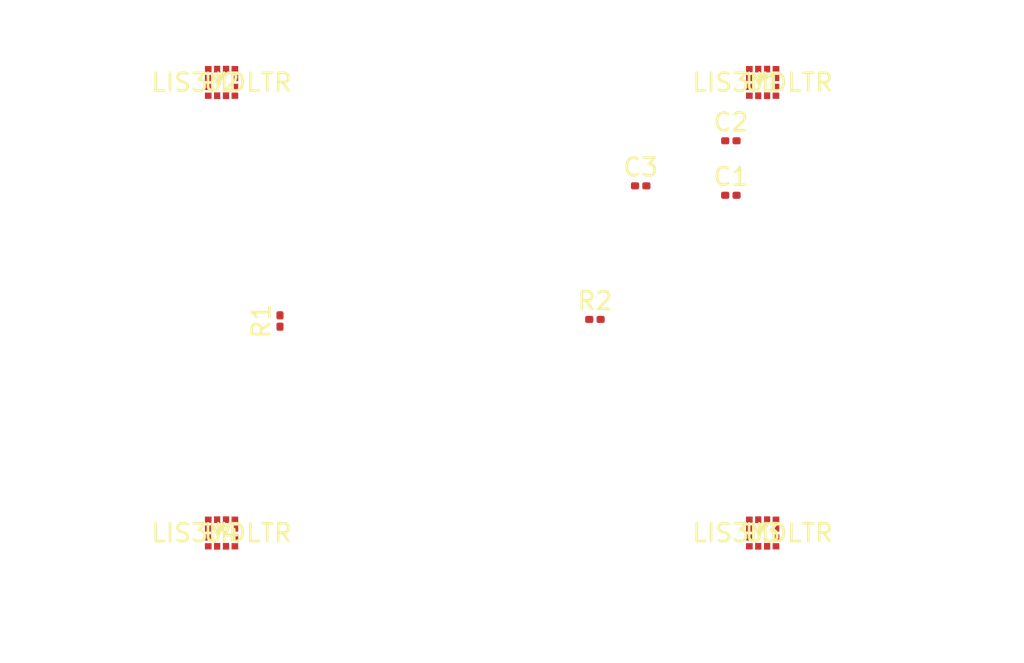
<source format=kicad_pcb>
(kicad_pcb (version 20221018) (generator pcbnew)
  (layers (0 "F.Cu" signal) (31 "B.Cu" signal) (34 "B.Paste" user) (35 "F.Paste" user) (36 "B.SilkS" user "B.Silkscreen") (37 "F.SilkS" user "F.Silkscreen") (38 "B.Mask" user) (39 "F.Mask" user) (44 "Edge.Cuts" user))
  (net 0 "")
  (net 1 "Net-(U1-C1)")
  (net 2 "GND")
  (net 3 "+2V5")
  (net 4 "SDI")
  (net 5 "SDO")
  (net 6 "SPC")
  (net 7 "+1V8")
  (footprint "Resistor_SMD:R_0201_0603Metric" (layer "F.Cu") (at 159.981001 98.970999)
    (fp_text reference "R2" (at 0 -1.05) (layer "F.SilkS"))
    (fp_text value "10k")
    (pad "1" smd roundrect (at -0.32 0) (size 0.46 0.4) (layers "F.Cu" "F.Mask") (net 3 "+2V5"))
    (pad "2" smd roundrect (at 0.32 0) (size 0.46 0.4) (layers "F.Cu" "F.Mask") (net 5 "SDO"))
  )
  (footprint "Capacitor_SMD:C_0201_0603Metric" (layer "F.Cu") (at 162.56 91.44)
    (fp_text reference "C3" (at 0 -1.05) (layer "F.SilkS"))
    (fp_text value "100nF")
    (pad "1" smd roundrect (at -0.32 0) (size 0.46 0.4) (layers "F.Cu" "F.Mask") (net 2 "GND"))
    (pad "2" smd roundrect (at 0.32 0) (size 0.46 0.4) (layers "F.Cu" "F.Mask") (net 3 "+2V5"))
  )
  (footprint "LIS3MDL:LIS3MDLTR" (layer "F.Cu") (at 138.949999 85.609999)
    (fp_text reference "U2" (at 0 0) (layer "F.SilkS"))
    (fp_text value "LIS3MDLTR" (at 0 0) (layer "F.SilkS"))
    (fp_text user "*" (at 0 0) (layer "F.SilkS"))
    (pad "1" smd rect (at -0.750001 -0.750001) (size 0.376682 0.351536) (layers "F.Cu" "F.Paste" "F.Mask") (net 6 "SPC"))
    (pad "2" smd rect (at -0.750001 -0.25) (size 0.376682 0.351536) (layers "F.Cu" "F.Paste" "F.Mask") (net 2 "GND"))
    (pad "3" smd rect (at -0.750001 0.25) (size 0.376682 0.351536) (layers "F.Cu" "F.Paste" "F.Mask") (net 2 "GND"))
    (pad "4" smd rect (at -0.750001 0.750001) (size 0.376682 0.351536) (layers "F.Cu" "F.Paste" "F.Mask") (net 1 "Net-(U1-C1)"))
    (pad "5" smd rect (at -0.25 0.750001 90) (size 0.376682 0.351536) (layers "F.Cu" "F.Paste" "F.Mask") (net 3 "+2V5"))
    (pad "6" smd rect (at 0.25 0.750001 90) (size 0.376682 0.351536) (layers "F.Cu" "F.Paste" "F.Mask") (net 7 "+1V8"))
    (pad "7" smd rect (at 0.750001 0.750001) (size 0.376682 0.351536) (layers "F.Cu" "F.Paste" "F.Mask"))
    (pad "8" smd rect (at 0.750001 0.25) (size 0.376682 0.351536) (layers "F.Cu" "F.Paste" "F.Mask"))
    (pad "9" smd rect (at 0.750001 -0.25) (size 0.376682 0.351536) (layers "F.Cu" "F.Paste" "F.Mask") (net 5 "SDO"))
    (pad "10" smd rect (at 0.750001 -0.750001) (size 0.376682 0.351536) (layers "F.Cu" "F.Paste" "F.Mask"))
    (pad "11" smd rect (at 0.25 -0.750001 90) (size 0.376682 0.351536) (layers "F.Cu" "F.Paste" "F.Mask") (net 4 "SDI"))
    (pad "12" smd rect (at -0.25 -0.750001 90) (size 0.376682 0.351536) (layers "F.Cu" "F.Paste" "F.Mask") (net 2 "GND"))
  )
  (footprint "LIS3MDL:LIS3MDLTR" (layer "F.Cu") (at 169.429999 85.609999)
    (fp_text reference "U1" (at 0 0) (layer "F.SilkS"))
    (fp_text value "LIS3MDLTR" (at 0 0) (layer "F.SilkS"))
    (fp_text user "*" (at 0 0) (layer "F.SilkS"))
    (pad "1" smd rect (at -0.750001 -0.750001) (size 0.376682 0.351536) (layers "F.Cu" "F.Paste" "F.Mask") (net 6 "SPC"))
    (pad "2" smd rect (at -0.750001 -0.25) (size 0.376682 0.351536) (layers "F.Cu" "F.Paste" "F.Mask") (net 2 "GND"))
    (pad "3" smd rect (at -0.750001 0.25) (size 0.376682 0.351536) (layers "F.Cu" "F.Paste" "F.Mask") (net 2 "GND"))
    (pad "4" smd rect (at -0.750001 0.750001) (size 0.376682 0.351536) (layers "F.Cu" "F.Paste" "F.Mask") (net 1 "Net-(U1-C1)"))
    (pad "5" smd rect (at -0.25 0.750001 90) (size 0.376682 0.351536) (layers "F.Cu" "F.Paste" "F.Mask") (net 3 "+2V5"))
    (pad "6" smd rect (at 0.25 0.750001 90) (size 0.376682 0.351536) (layers "F.Cu" "F.Paste" "F.Mask") (net 7 "+1V8"))
    (pad "7" smd rect (at 0.750001 0.750001) (size 0.376682 0.351536) (layers "F.Cu" "F.Paste" "F.Mask"))
    (pad "8" smd rect (at 0.750001 0.25) (size 0.376682 0.351536) (layers "F.Cu" "F.Paste" "F.Mask"))
    (pad "9" smd rect (at 0.750001 -0.25) (size 0.376682 0.351536) (layers "F.Cu" "F.Paste" "F.Mask") (net 5 "SDO"))
    (pad "10" smd rect (at 0.750001 -0.750001) (size 0.376682 0.351536) (layers "F.Cu" "F.Paste" "F.Mask"))
    (pad "11" smd rect (at 0.25 -0.750001 90) (size 0.376682 0.351536) (layers "F.Cu" "F.Paste" "F.Mask") (net 4 "SDI"))
    (pad "12" smd rect (at -0.25 -0.750001 90) (size 0.376682 0.351536) (layers "F.Cu" "F.Paste" "F.Mask") (net 2 "GND"))
  )
  (footprint "Resistor_SMD:R_0201_0603Metric" (layer "F.Cu") (at 142.24 99.06 90)
    (fp_text reference "R1" (at 0 -1.05 90) (layer "F.SilkS"))
    (fp_text value "10k")
    (pad "1" smd roundrect (at -0.32 0 90) (size 0.46 0.4) (layers "F.Cu" "F.Mask") (net 3 "+2V5"))
    (pad "2" smd roundrect (at 0.32 0 90) (size 0.46 0.4) (layers "F.Cu" "F.Mask") (net 4 "SDI"))
  )
  (footprint "LIS3MDL:LIS3MDLTR" (layer "F.Cu") (at 169.429999 111.009999)
    (fp_text reference "U3" (at 0 0) (layer "F.SilkS"))
    (fp_text value "LIS3MDLTR" (at 0 0) (layer "F.SilkS"))
    (fp_text user "*" (at 0 0) (layer "F.SilkS"))
    (pad "1" smd rect (at -0.750001 -0.750001) (size 0.376682 0.351536) (layers "F.Cu" "F.Paste" "F.Mask") (net 6 "SPC"))
    (pad "2" smd rect (at -0.750001 -0.25) (size 0.376682 0.351536) (layers "F.Cu" "F.Paste" "F.Mask") (net 2 "GND"))
    (pad "3" smd rect (at -0.750001 0.25) (size 0.376682 0.351536) (layers "F.Cu" "F.Paste" "F.Mask") (net 2 "GND"))
    (pad "4" smd rect (at -0.750001 0.750001) (size 0.376682 0.351536) (layers "F.Cu" "F.Paste" "F.Mask") (net 1 "Net-(U1-C1)"))
    (pad "5" smd rect (at -0.25 0.750001 90) (size 0.376682 0.351536) (layers "F.Cu" "F.Paste" "F.Mask") (net 3 "+2V5"))
    (pad "6" smd rect (at 0.25 0.750001 90) (size 0.376682 0.351536) (layers "F.Cu" "F.Paste" "F.Mask") (net 7 "+1V8"))
    (pad "7" smd rect (at 0.750001 0.750001) (size 0.376682 0.351536) (layers "F.Cu" "F.Paste" "F.Mask"))
    (pad "8" smd rect (at 0.750001 0.25) (size 0.376682 0.351536) (layers "F.Cu" "F.Paste" "F.Mask"))
    (pad "9" smd rect (at 0.750001 -0.25) (size 0.376682 0.351536) (layers "F.Cu" "F.Paste" "F.Mask") (net 5 "SDO"))
    (pad "10" smd rect (at 0.750001 -0.750001) (size 0.376682 0.351536) (layers "F.Cu" "F.Paste" "F.Mask"))
    (pad "11" smd rect (at 0.25 -0.750001 90) (size 0.376682 0.351536) (layers "F.Cu" "F.Paste" "F.Mask") (net 4 "SDI"))
    (pad "12" smd rect (at -0.25 -0.750001 90) (size 0.376682 0.351536) (layers "F.Cu" "F.Paste" "F.Mask") (net 2 "GND"))
  )
  (footprint "Capacitor_SMD:C_0201_0603Metric" (layer "F.Cu") (at 167.64 88.9)
    (fp_text reference "C2" (at 0 -1.05) (layer "F.SilkS"))
    (fp_text value "1uF")
    (pad "1" smd roundrect (at -0.32 0) (size 0.46 0.4) (layers "F.Cu" "F.Mask") (net 2 "GND"))
    (pad "2" smd roundrect (at 0.32 0) (size 0.46 0.4) (layers "F.Cu" "F.Mask") (net 3 "+2V5"))
  )
  (footprint "Capacitor_SMD:C_0201_0603Metric" (layer "F.Cu") (at 167.64 91.970999)
    (fp_text reference "C1" (at 0 -1.05) (layer "F.SilkS"))
    (fp_text value "100nF")
    (pad "1" smd roundrect (at -0.32 0) (size 0.46 0.4) (layers "F.Cu" "F.Mask") (net 1 "Net-(U1-C1)"))
    (pad "2" smd roundrect (at 0.32 0) (size 0.46 0.4) (layers "F.Cu" "F.Mask") (net 2 "GND"))
  )
  (footprint "LIS3MDL:LIS3MDLTR" (layer "F.Cu") (at 138.949999 111.009999)
    (fp_text reference "U4" (at 0 0) (layer "F.SilkS"))
    (fp_text value "LIS3MDLTR" (at 0 0) (layer "F.SilkS"))
    (fp_text user "*" (at 0 0) (layer "F.SilkS"))
    (pad "1" smd rect (at -0.750001 -0.750001) (size 0.376682 0.351536) (layers "F.Cu" "F.Paste" "F.Mask") (net 6 "SPC"))
    (pad "2" smd rect (at -0.750001 -0.25) (size 0.376682 0.351536) (layers "F.Cu" "F.Paste" "F.Mask") (net 2 "GND"))
    (pad "3" smd rect (at -0.750001 0.25) (size 0.376682 0.351536) (layers "F.Cu" "F.Paste" "F.Mask") (net 2 "GND"))
    (pad "4" smd rect (at -0.750001 0.750001) (size 0.376682 0.351536) (layers "F.Cu" "F.Paste" "F.Mask") (net 1 "Net-(U1-C1)"))
    (pad "5" smd rect (at -0.25 0.750001 90) (size 0.376682 0.351536) (layers "F.Cu" "F.Paste" "F.Mask") (net 3 "+2V5"))
    (pad "6" smd rect (at 0.25 0.750001 90) (size 0.376682 0.351536) (layers "F.Cu" "F.Paste" "F.Mask") (net 7 "+1V8"))
    (pad "7" smd rect (at 0.750001 0.750001) (size 0.376682 0.351536) (layers "F.Cu" "F.Paste" "F.Mask"))
    (pad "8" smd rect (at 0.750001 0.25) (size 0.376682 0.351536) (layers "F.Cu" "F.Paste" "F.Mask"))
    (pad "9" smd rect (at 0.750001 -0.25) (size 0.376682 0.351536) (layers "F.Cu" "F.Paste" "F.Mask") (net 5 "SDO"))
    (pad "10" smd rect (at 0.750001 -0.750001) (size 0.376682 0.351536) (layers "F.Cu" "F.Paste" "F.Mask"))
    (pad "11" smd rect (at 0.25 -0.750001 90) (size 0.376682 0.351536) (layers "F.Cu" "F.Paste" "F.Mask") (net 4 "SDI"))
    (pad "12" smd rect (at -0.25 -0.750001 90) (size 0.376682 0.351536) (layers "F.Cu" "F.Paste" "F.Mask") (net 2 "GND"))
  )
)
</source>
